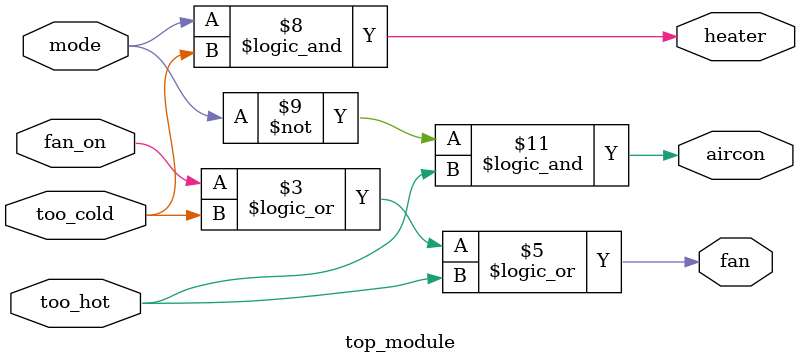
<source format=sv>
module top_module(
    input mode,
    input too_cold,
    input too_hot,
    input fan_on,
    output heater,
    output aircon,
    output fan
);
  
  // Fan control logic
  assign fan = (fan_on == 1) || (too_cold == 1) || (too_hot == 1);
  
  // Heater control logic
  assign heater = (mode == 1) && (too_cold == 1);
  
  // Air conditioner control logic
  assign aircon = (mode == 0) && (too_hot == 1);
    
endmodule

</source>
